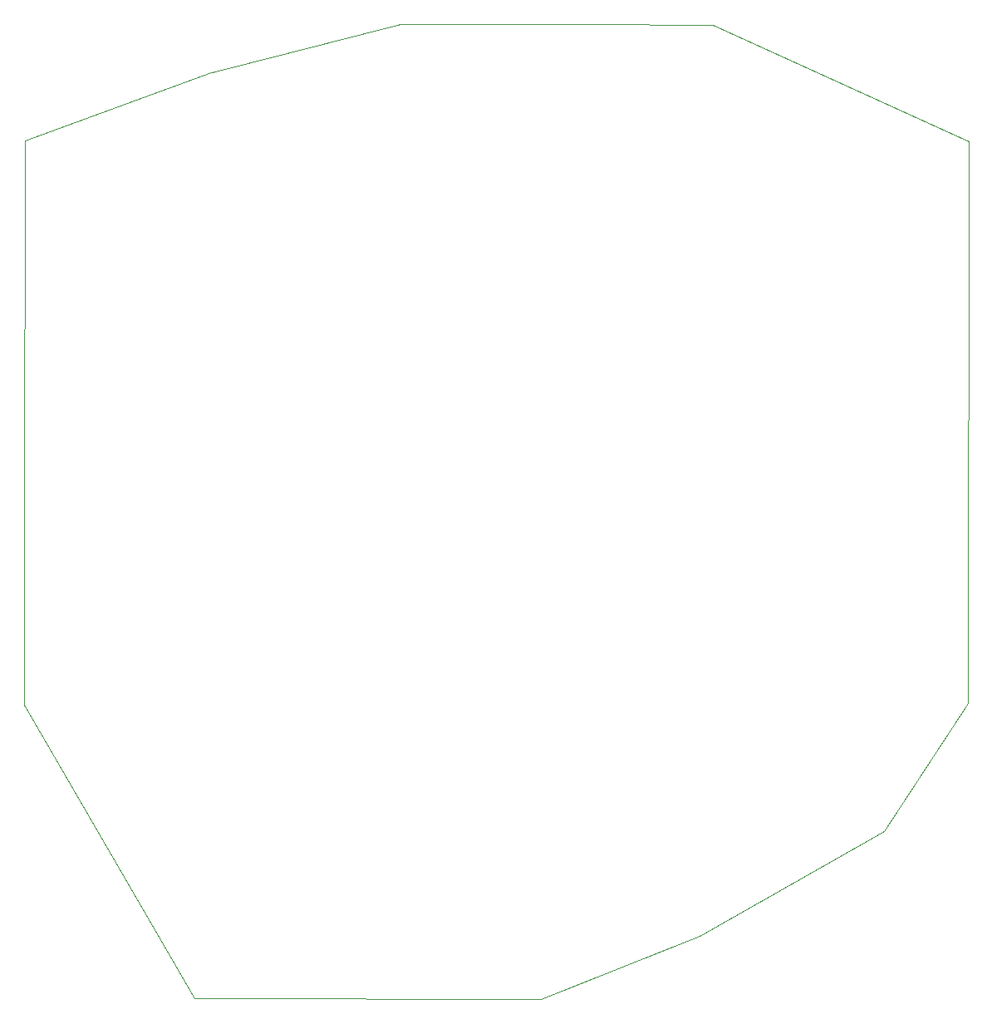
<source format=gbr>
%TF.GenerationSoftware,KiCad,Pcbnew,7.0.9-7.0.9~ubuntu22.04.1*%
%TF.CreationDate,2023-11-28T13:07:08+03:00*%
%TF.ProjectId,Keeb,4b656562-2e6b-4696-9361-645f70636258,rev?*%
%TF.SameCoordinates,Original*%
%TF.FileFunction,Profile,NP*%
%FSLAX46Y46*%
G04 Gerber Fmt 4.6, Leading zero omitted, Abs format (unit mm)*
G04 Created by KiCad (PCBNEW 7.0.9-7.0.9~ubuntu22.04.1) date 2023-11-28 13:07:08*
%MOMM*%
%LPD*%
G01*
G04 APERTURE LIST*
%TA.AperFunction,Profile*%
%ADD10C,0.050000*%
%TD*%
G04 APERTURE END LIST*
D10*
X172040000Y-33990000D02*
X198100000Y-45872944D01*
X198030000Y-103092944D01*
X189500000Y-116120000D01*
X170710000Y-126780000D01*
X154490000Y-133270000D01*
X119170000Y-133190000D01*
X101880000Y-103280000D01*
X101830000Y-84360000D01*
X101930000Y-45820000D01*
X120930000Y-38860000D01*
X121000000Y-38860000D01*
X140170000Y-33962944D01*
X159170000Y-33962944D01*
X172040000Y-33990000D01*
M02*

</source>
